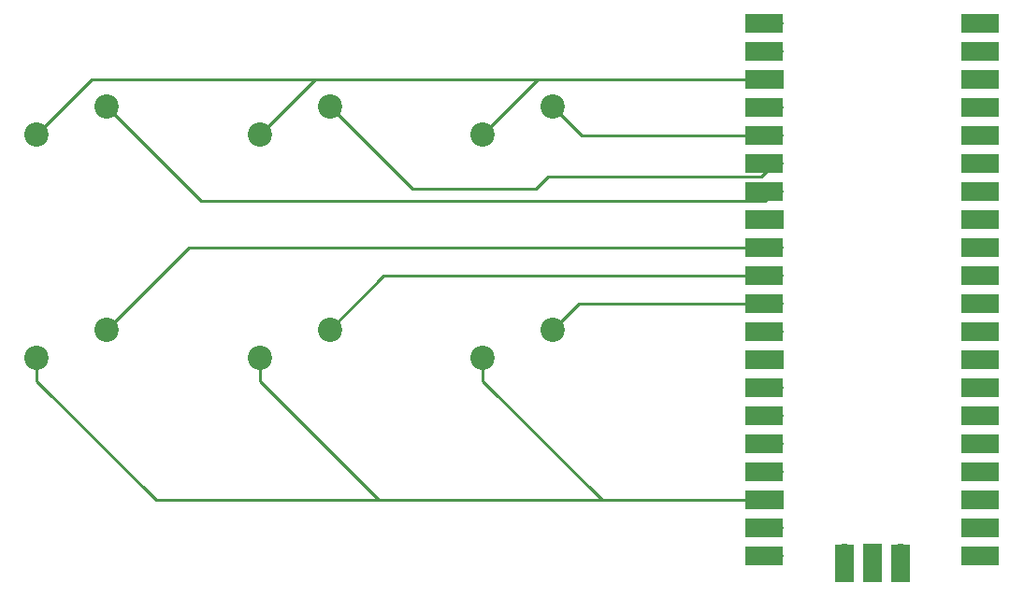
<source format=gbr>
%TF.GenerationSoftware,KiCad,Pcbnew,7.0.1*%
%TF.CreationDate,2023-03-14T08:07:41-04:00*%
%TF.ProjectId,Macropad,4d616372-6f70-4616-942e-6b696361645f,rev?*%
%TF.SameCoordinates,Original*%
%TF.FileFunction,Copper,L1,Top*%
%TF.FilePolarity,Positive*%
%FSLAX46Y46*%
G04 Gerber Fmt 4.6, Leading zero omitted, Abs format (unit mm)*
G04 Created by KiCad (PCBNEW 7.0.1) date 2023-03-14 08:07:41*
%MOMM*%
%LPD*%
G01*
G04 APERTURE LIST*
%TA.AperFunction,ComponentPad*%
%ADD10C,2.200000*%
%TD*%
%TA.AperFunction,ComponentPad*%
%ADD11O,1.700000X1.700000*%
%TD*%
%TA.AperFunction,SMDPad,CuDef*%
%ADD12R,3.500000X1.700000*%
%TD*%
%TA.AperFunction,ComponentPad*%
%ADD13R,1.700000X1.700000*%
%TD*%
%TA.AperFunction,SMDPad,CuDef*%
%ADD14R,1.700000X3.500000*%
%TD*%
%TA.AperFunction,Conductor*%
%ADD15C,0.250000*%
%TD*%
G04 APERTURE END LIST*
D10*
%TO.P,SW6,1*%
%TO.N,Net-(U1-GPIO8)*%
X157360000Y-106560000D03*
%TO.P,SW6,2*%
%TO.N,Net-(SW2-Pad2)*%
X151010000Y-109100000D03*
%TD*%
D11*
%TO.P,U1,1,GPIO0*%
%TO.N,unconnected-(U1-GPIO0-Pad1)*%
X177370000Y-78810000D03*
D12*
X176470000Y-78810000D03*
D11*
%TO.P,U1,2,GPIO1*%
%TO.N,unconnected-(U1-GPIO1-Pad2)*%
X177370000Y-81350000D03*
D12*
X176470000Y-81350000D03*
D13*
%TO.P,U1,3,GND*%
%TO.N,Net-(SW1-Pad2)*%
X177370000Y-83890000D03*
D12*
X176470000Y-83890000D03*
D11*
%TO.P,U1,4,GPIO2*%
%TO.N,unconnected-(U1-GPIO2-Pad4)*%
X177370000Y-86430000D03*
D12*
X176470000Y-86430000D03*
D11*
%TO.P,U1,5,GPIO3*%
%TO.N,Net-(U1-GPIO3)*%
X177370000Y-88970000D03*
D12*
X176470000Y-88970000D03*
D11*
%TO.P,U1,6,GPIO4*%
%TO.N,Net-(U1-GPIO4)*%
X177370000Y-91510000D03*
D12*
X176470000Y-91510000D03*
D11*
%TO.P,U1,7,GPIO5*%
%TO.N,Net-(U1-GPIO5)*%
X177370000Y-94050000D03*
D12*
X176470000Y-94050000D03*
D13*
%TO.P,U1,8,GND*%
%TO.N,unconnected-(U1-GND-Pad8)*%
X177370000Y-96590000D03*
D12*
X176470000Y-96590000D03*
D11*
%TO.P,U1,9,GPIO6*%
%TO.N,Net-(U1-GPIO6)*%
X177370000Y-99130000D03*
D12*
X176470000Y-99130000D03*
D11*
%TO.P,U1,10,GPIO7*%
%TO.N,Net-(U1-GPIO7)*%
X177370000Y-101670000D03*
D12*
X176470000Y-101670000D03*
D11*
%TO.P,U1,11,GPIO8*%
%TO.N,Net-(U1-GPIO8)*%
X177370000Y-104210000D03*
D12*
X176470000Y-104210000D03*
D11*
%TO.P,U1,12,GPIO9*%
%TO.N,unconnected-(U1-GPIO9-Pad12)*%
X177370000Y-106750000D03*
D12*
X176470000Y-106750000D03*
D13*
%TO.P,U1,13,GND*%
%TO.N,unconnected-(U1-GND-Pad13)*%
X177370000Y-109290000D03*
D12*
X176470000Y-109290000D03*
D11*
%TO.P,U1,14,GPIO10*%
%TO.N,unconnected-(U1-GPIO10-Pad14)*%
X177370000Y-111830000D03*
D12*
X176470000Y-111830000D03*
D11*
%TO.P,U1,15,GPIO11*%
%TO.N,unconnected-(U1-GPIO11-Pad15)*%
X177370000Y-114370000D03*
D12*
X176470000Y-114370000D03*
D11*
%TO.P,U1,16,GPIO12*%
%TO.N,unconnected-(U1-GPIO12-Pad16)*%
X177370000Y-116910000D03*
D12*
X176470000Y-116910000D03*
D11*
%TO.P,U1,17,GPIO13*%
%TO.N,unconnected-(U1-GPIO13-Pad17)*%
X177370000Y-119450000D03*
D12*
X176470000Y-119450000D03*
D13*
%TO.P,U1,18,GND*%
%TO.N,Net-(SW2-Pad2)*%
X177370000Y-121990000D03*
D12*
X176470000Y-121990000D03*
D11*
%TO.P,U1,19,GPIO14*%
%TO.N,unconnected-(U1-GPIO14-Pad19)*%
X177370000Y-124530000D03*
D12*
X176470000Y-124530000D03*
D11*
%TO.P,U1,20,GPIO15*%
%TO.N,unconnected-(U1-GPIO15-Pad20)*%
X177370000Y-127070000D03*
D12*
X176470000Y-127070000D03*
D11*
%TO.P,U1,21,GPIO16*%
%TO.N,unconnected-(U1-GPIO16-Pad21)*%
X195150000Y-127070000D03*
D12*
X196050000Y-127070000D03*
D11*
%TO.P,U1,22,GPIO17*%
%TO.N,unconnected-(U1-GPIO17-Pad22)*%
X195150000Y-124530000D03*
D12*
X196050000Y-124530000D03*
D13*
%TO.P,U1,23,GND*%
%TO.N,unconnected-(U1-GND-Pad23)*%
X195150000Y-121990000D03*
D12*
X196050000Y-121990000D03*
D11*
%TO.P,U1,24,GPIO18*%
%TO.N,unconnected-(U1-GPIO18-Pad24)*%
X195150000Y-119450000D03*
D12*
X196050000Y-119450000D03*
D11*
%TO.P,U1,25,GPIO19*%
%TO.N,unconnected-(U1-GPIO19-Pad25)*%
X195150000Y-116910000D03*
D12*
X196050000Y-116910000D03*
D11*
%TO.P,U1,26,GPIO20*%
%TO.N,unconnected-(U1-GPIO20-Pad26)*%
X195150000Y-114370000D03*
D12*
X196050000Y-114370000D03*
D11*
%TO.P,U1,27,GPIO21*%
%TO.N,unconnected-(U1-GPIO21-Pad27)*%
X195150000Y-111830000D03*
D12*
X196050000Y-111830000D03*
D13*
%TO.P,U1,28,GND*%
%TO.N,unconnected-(U1-GND-Pad28)*%
X195150000Y-109290000D03*
D12*
X196050000Y-109290000D03*
D11*
%TO.P,U1,29,GPIO22*%
%TO.N,unconnected-(U1-GPIO22-Pad29)*%
X195150000Y-106750000D03*
D12*
X196050000Y-106750000D03*
D11*
%TO.P,U1,30,RUN*%
%TO.N,unconnected-(U1-RUN-Pad30)*%
X195150000Y-104210000D03*
D12*
X196050000Y-104210000D03*
D11*
%TO.P,U1,31,GPIO26_ADC0*%
%TO.N,unconnected-(U1-GPIO26_ADC0-Pad31)*%
X195150000Y-101670000D03*
D12*
X196050000Y-101670000D03*
D11*
%TO.P,U1,32,GPIO27_ADC1*%
%TO.N,unconnected-(U1-GPIO27_ADC1-Pad32)*%
X195150000Y-99130000D03*
D12*
X196050000Y-99130000D03*
D13*
%TO.P,U1,33,AGND*%
%TO.N,unconnected-(U1-AGND-Pad33)*%
X195150000Y-96590000D03*
D12*
X196050000Y-96590000D03*
D11*
%TO.P,U1,34,GPIO28_ADC2*%
%TO.N,unconnected-(U1-GPIO28_ADC2-Pad34)*%
X195150000Y-94050000D03*
D12*
X196050000Y-94050000D03*
D11*
%TO.P,U1,35,ADC_VREF*%
%TO.N,unconnected-(U1-ADC_VREF-Pad35)*%
X195150000Y-91510000D03*
D12*
X196050000Y-91510000D03*
D11*
%TO.P,U1,36,3V3*%
%TO.N,unconnected-(U1-3V3-Pad36)*%
X195150000Y-88970000D03*
D12*
X196050000Y-88970000D03*
D11*
%TO.P,U1,37,3V3_EN*%
%TO.N,unconnected-(U1-3V3_EN-Pad37)*%
X195150000Y-86430000D03*
D12*
X196050000Y-86430000D03*
D13*
%TO.P,U1,38,GND*%
%TO.N,unconnected-(U1-GND-Pad38)*%
X195150000Y-83890000D03*
D12*
X196050000Y-83890000D03*
D11*
%TO.P,U1,39,VSYS*%
%TO.N,unconnected-(U1-VSYS-Pad39)*%
X195150000Y-81350000D03*
D12*
X196050000Y-81350000D03*
D11*
%TO.P,U1,40,VBUS*%
%TO.N,unconnected-(U1-VBUS-Pad40)*%
X195150000Y-78810000D03*
D12*
X196050000Y-78810000D03*
D11*
%TO.P,U1,41,SWCLK*%
%TO.N,unconnected-(U1-SWCLK-Pad41)*%
X183720000Y-126840000D03*
D14*
X183720000Y-127740000D03*
D13*
%TO.P,U1,42,GND*%
%TO.N,unconnected-(U1-GND-Pad42)*%
X186260000Y-126840000D03*
D14*
X186260000Y-127740000D03*
D11*
%TO.P,U1,43,SWDIO*%
%TO.N,unconnected-(U1-SWDIO-Pad43)*%
X188800000Y-126840000D03*
D14*
X188800000Y-127740000D03*
%TD*%
D10*
%TO.P,SW5,1*%
%TO.N,Net-(U1-GPIO3)*%
X157360000Y-86360000D03*
%TO.P,SW5,2*%
%TO.N,Net-(SW1-Pad2)*%
X151010000Y-88900000D03*
%TD*%
%TO.P,SW2,1*%
%TO.N,Net-(U1-GPIO6)*%
X116960000Y-106560000D03*
%TO.P,SW2,2*%
%TO.N,Net-(SW2-Pad2)*%
X110610000Y-109100000D03*
%TD*%
%TO.P,SW4,1*%
%TO.N,Net-(U1-GPIO7)*%
X137160000Y-106560000D03*
%TO.P,SW4,2*%
%TO.N,Net-(SW2-Pad2)*%
X130810000Y-109100000D03*
%TD*%
%TO.P,SW3,1*%
%TO.N,Net-(U1-GPIO4)*%
X137160000Y-86360000D03*
%TO.P,SW3,2*%
%TO.N,Net-(SW1-Pad2)*%
X130810000Y-88900000D03*
%TD*%
%TO.P,SW1,1*%
%TO.N,Net-(U1-GPIO5)*%
X116960000Y-86360000D03*
%TO.P,SW1,2*%
%TO.N,Net-(SW1-Pad2)*%
X110610000Y-88900000D03*
%TD*%
D15*
%TO.N,Net-(U1-GPIO5)*%
X125500000Y-94900000D02*
X116960000Y-86360000D01*
X177370000Y-94050000D02*
X176520000Y-94900000D01*
X176520000Y-94900000D02*
X125500000Y-94900000D01*
%TO.N,Net-(SW1-Pad2)*%
X156020000Y-83890000D02*
X151010000Y-88900000D01*
X177370000Y-83890000D02*
X156020000Y-83890000D01*
X177370000Y-83890000D02*
X135820000Y-83890000D01*
X135820000Y-83890000D02*
X130810000Y-88900000D01*
X115620000Y-83890000D02*
X110610000Y-88900000D01*
X177370000Y-83890000D02*
X115620000Y-83890000D01*
%TO.N,Net-(U1-GPIO6)*%
X177370000Y-99130000D02*
X124390000Y-99130000D01*
X124390000Y-99130000D02*
X116960000Y-106560000D01*
%TO.N,Net-(SW2-Pad2)*%
X177370000Y-121990000D02*
X161811243Y-121990000D01*
X161811243Y-121990000D02*
X151010000Y-111188757D01*
X110610000Y-111188757D02*
X110610000Y-109100000D01*
X177370000Y-121990000D02*
X121411243Y-121990000D01*
X130810000Y-111188757D02*
X130810000Y-109100000D01*
X141611243Y-121990000D02*
X130810000Y-111188757D01*
X121411243Y-121990000D02*
X110610000Y-111188757D01*
X151010000Y-111188757D02*
X151010000Y-109100000D01*
X177370000Y-121990000D02*
X141611243Y-121990000D01*
%TO.N,Net-(U1-GPIO4)*%
X177370000Y-91510000D02*
X176215000Y-92665000D01*
X155803757Y-93815000D02*
X144615000Y-93815000D01*
X144615000Y-93815000D02*
X137160000Y-86360000D01*
X176215000Y-92665000D02*
X156953757Y-92665000D01*
X156953757Y-92665000D02*
X155803757Y-93815000D01*
%TO.N,Net-(U1-GPIO7)*%
X142050000Y-101670000D02*
X137160000Y-106560000D01*
X177370000Y-101670000D02*
X142050000Y-101670000D01*
%TO.N,Net-(U1-GPIO3)*%
X177370000Y-88970000D02*
X159970000Y-88970000D01*
X159970000Y-88970000D02*
X157360000Y-86360000D01*
%TO.N,Net-(U1-GPIO8)*%
X177370000Y-104210000D02*
X159710000Y-104210000D01*
X159710000Y-104210000D02*
X157360000Y-106560000D01*
%TD*%
M02*

</source>
